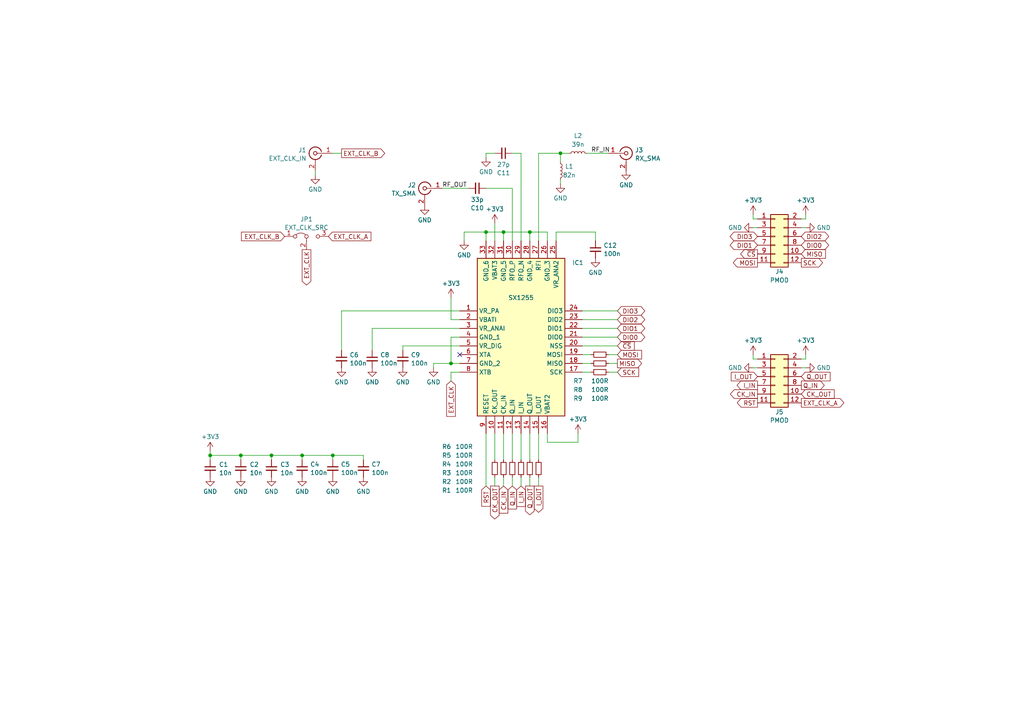
<source format=kicad_sch>
(kicad_sch (version 20230121) (generator eeschema)
  (paper "A4")
  (title_block (title "SX1255 Evaluation Board") (date "20.12.2023") (rev "A") (company "Wojciech Kaczmarski SP5WWP, M17 Project"))
  (lib_symbols
    (symbol "Connector:Conn_Coaxial" (pin_names (offset 1.016) hide)
      (property "Reference" "J" (at 0.254 3.048 0))
      (property "Value" "Conn_Coaxial" (at 2.921 0 90))
      (symbol "Conn_Coaxial_0_1"
        (arc (start -1.778 -0.508) (mid 0.2311 -1.8066) (end 1.778 0) (stroke (width 0.254)))
        (polyline (pts (xy -2.54 0) (xy -0.508 0)))
        (polyline (pts (xy 0 -2.54) (xy 0 -1.778)))
        (circle (center 0 0) (radius 0.508) (stroke (width 0.2032)))
        (arc (start 1.778 0) (mid 0.2099 1.8101) (end -1.778 0.508) (stroke (width 0.254)))
      )
      (symbol "Conn_Coaxial_1_1"
        (pin passive line (at -5.08 0 0) (length 2.54) (name "In") (number "1"))
        (pin passive line (at 0 -5.08 90) (length 2.54) (name "Ext") (number "2"))
      )
    )
    (symbol "Connector_Generic:Conn_02x06_Odd_Even" (pin_names (offset 1.016) hide)
      (property "Reference" "J" (at 1.27 7.62 0))
      (property "Value" "Conn_02x06_Odd_Even" (at 1.27 -10.16 0))
      (symbol "Conn_02x06_Odd_Even_1_1"
        (rectangle (start -1.27 -7.493) (end 0 -7.747) (stroke (width 0.1524)))
        (rectangle (start -1.27 -4.953) (end 0 -5.207) (stroke (width 0.1524)))
        (rectangle (start -1.27 -2.413) (end 0 -2.667) (stroke (width 0.1524)))
        (rectangle (start -1.27 0.127) (end 0 -0.127) (stroke (width 0.1524)))
        (rectangle (start -1.27 2.667) (end 0 2.413) (stroke (width 0.1524)))
        (rectangle (start -1.27 5.207) (end 0 4.953) (stroke (width 0.1524)))
        (rectangle (start -1.27 6.35) (end 3.81 -8.89) (stroke (width 0.254)) (fill (type background)))
        (rectangle (start 3.81 -7.493) (end 2.54 -7.747) (stroke (width 0.1524)))
        (rectangle (start 3.81 -4.953) (end 2.54 -5.207) (stroke (width 0.1524)))
        (rectangle (start 3.81 -2.413) (end 2.54 -2.667) (stroke (width 0.1524)))
        (rectangle (start 3.81 0.127) (end 2.54 -0.127) (stroke (width 0.1524)))
        (rectangle (start 3.81 2.667) (end 2.54 2.413) (stroke (width 0.1524)))
        (rectangle (start 3.81 5.207) (end 2.54 4.953) (stroke (width 0.1524)))
        (pin passive line (at -5.08 5.08 0) (length 3.81) (name "Pin_1") (number "1"))
        (pin passive line (at 7.62 -5.08 180) (length 3.81) (name "Pin_10") (number "10"))
        (pin passive line (at -5.08 -7.62 0) (length 3.81) (name "Pin_11") (number "11"))
        (pin passive line (at 7.62 -7.62 180) (length 3.81) (name "Pin_12") (number "12"))
        (pin passive line (at 7.62 5.08 180) (length 3.81) (name "Pin_2") (number "2"))
        (pin passive line (at -5.08 2.54 0) (length 3.81) (name "Pin_3") (number "3"))
        (pin passive line (at 7.62 2.54 180) (length 3.81) (name "Pin_4") (number "4"))
        (pin passive line (at -5.08 0 0) (length 3.81) (name "Pin_5") (number "5"))
        (pin passive line (at 7.62 0 180) (length 3.81) (name "Pin_6") (number "6"))
        (pin passive line (at -5.08 -2.54 0) (length 3.81) (name "Pin_7") (number "7"))
        (pin passive line (at 7.62 -2.54 180) (length 3.81) (name "Pin_8") (number "8"))
        (pin passive line (at -5.08 -5.08 0) (length 3.81) (name "Pin_9") (number "9"))
      )
    )
    (symbol "Device:C_Small" (pin_numbers hide) (pin_names (offset 0.254) hide)
      (property "Reference" "C" (at 0.254 1.778 0))
      (property "Value" "C_Small" (at 0.254 -2.032 0))
      (symbol "C_Small_0_1"
        (polyline (pts (xy -1.524 -0.508) (xy 1.524 -0.508)) (stroke (width 0.3302)))
        (polyline (pts (xy -1.524 0.508) (xy 1.524 0.508)) (stroke (width 0.3048)))
      )
      (symbol "C_Small_1_1"
        (pin passive line (at 0 2.54 270) (length 2.032) (name "~") (number "1"))
        (pin passive line (at 0 -2.54 90) (length 2.032) (name "~") (number "2"))
      )
    )
    (symbol "Device:L_Small" (pin_numbers hide) (pin_names (offset 0.254) hide)
      (property "Reference" "L" (at 0.762 1.016 0))
      (property "Value" "L_Small" (at 0.762 -1.016 0))
      (symbol "L_Small_0_1"
        (arc (start 0 -2.032) (mid 0.5058 -1.524) (end 0 -1.016))
        (arc (start 0 -1.016) (mid 0.5058 -0.508) (end 0 0))
        (arc (start 0 0) (mid 0.5058 0.508) (end 0 1.016))
        (arc (start 0 1.016) (mid 0.5058 1.524) (end 0 2.032))
      )
      (symbol "L_Small_1_1"
        (pin passive line (at 0 2.54 270) (length 0.508) (name "~") (number "1"))
        (pin passive line (at 0 -2.54 90) (length 0.508) (name "~") (number "2"))
      )
    )
    (symbol "Device:R_Small" (pin_numbers hide) (pin_names (offset 0.254) hide)
      (property "Reference" "R" (at 0.762 0.508 0))
      (property "Value" "R_Small" (at 0.762 -1.016 0))
      (symbol "R_Small_0_1"
        (rectangle (start -0.762 1.778) (end 0.762 -1.778) (stroke (width 0.2032)))
      )
      (symbol "R_Small_1_1"
        (pin passive line (at 0 2.54 270) (length 0.762) (name "~") (number "1"))
        (pin passive line (at 0 -2.54 90) (length 0.762) (name "~") (number "2"))
      )
    )
    (symbol "Jumper:Jumper_3_Bridged12" (pin_names (offset 0) hide)
      (property "Reference" "JP" (at -2.54 -2.54 0))
      (property "Value" "Jumper_3_Bridged12" (at 0 2.794 0))
      (symbol "Jumper_3_Bridged12_0_0"
        (circle (center -3.302 0) (radius 0.508))
        (circle (center 0 0) (radius 0.508))
        (circle (center 3.302 0) (radius 0.508))
      )
      (symbol "Jumper_3_Bridged12_0_1"
        (arc (start -0.254 0.508) (mid -1.651 0.9912) (end -3.048 0.508))
        (polyline (pts (xy 0 -1.27) (xy 0 -0.508)))
      )
      (symbol "Jumper_3_Bridged12_1_1"
        (pin passive line (at -6.35 0 0) (length 2.54) (name "A") (number "1"))
        (pin passive line (at 0 -3.81 90) (length 2.54) (name "C") (number "2"))
        (pin passive line (at 6.35 0 180) (length 2.54) (name "B") (number "3"))
      )
    )
    (symbol "SX1255:SX1255IWLTRT"
      (property "Reference" "IC" (at 31.75 20.32 0))
      (property "Value" "SX1255IWLTRT" (at 31.75 17.78 0))
      (symbol "SX1255IWLTRT_1_1"
        (rectangle (start 5.08 15.24) (end 30.48 -30.48) (stroke (width 0.254)) (fill (type background)))
        (pin passive line (at 0 0 0) (length 5.08) (name "VR_PA") (number "1"))
        (pin passive line (at 10.16 -35.56 90) (length 5.08) (name "CK_OUT") (number "10"))
        (pin passive line (at 12.7 -35.56 90) (length 5.08) (name "CK_IN") (number "11"))
        (pin passive line (at 15.24 -35.56 90) (length 5.08) (name "Q_IN") (number "12"))
        (pin passive line (at 17.78 -35.56 90) (length 5.08) (name "I_IN") (number "13"))
        (pin passive line (at 20.32 -35.56 90) (length 5.08) (name "Q_OUT") (number "14"))
        (pin passive line (at 22.86 -35.56 90) (length 5.08) (name "I_OUT") (number "15"))
        (pin passive line (at 25.4 -35.56 90) (length 5.08) (name "VBAT2") (number "16"))
        (pin passive line (at 35.56 -17.78 180) (length 5.08) (name "SCK") (number "17"))
        (pin passive line (at 35.56 -15.24 180) (length 5.08) (name "MISO") (number "18"))
        (pin passive line (at 35.56 -12.7 180) (length 5.08) (name "MOSI") (number "19"))
        (pin passive line (at 0 -2.54 0) (length 5.08) (name "VBATI") (number "2"))
        (pin passive line (at 35.56 -10.16 180) (length 5.08) (name "NSS") (number "20"))
        (pin passive line (at 35.56 -7.62 180) (length 5.08) (name "DIO0") (number "21"))
        (pin passive line (at 35.56 -5.08 180) (length 5.08) (name "DIO1") (number "22"))
        (pin passive line (at 35.56 -2.54 180) (length 5.08) (name "DIO2") (number "23"))
        (pin passive line (at 35.56 0 180) (length 5.08) (name "DIO3") (number "24"))
        (pin passive line (at 27.94 20.32 270) (length 5.08) (name "VR_ANA2") (number "25"))
        (pin passive line (at 25.4 20.32 270) (length 5.08) (name "GND_3") (number "26"))
        (pin passive line (at 22.86 20.32 270) (length 5.08) (name "RFI") (number "27"))
        (pin passive line (at 20.32 20.32 270) (length 5.08) (name "GND_4") (number "28"))
        (pin passive line (at 17.78 20.32 270) (length 5.08) (name "RFO_N") (number "29"))
        (pin passive line (at 0 -5.08 0) (length 5.08) (name "VR_ANAI") (number "3"))
        (pin passive line (at 15.24 20.32 270) (length 5.08) (name "RFO_P") (number "30"))
        (pin passive line (at 12.7 20.32 270) (length 5.08) (name "GND_5") (number "31"))
        (pin passive line (at 10.16 20.32 270) (length 5.08) (name "VBAT3") (number "32"))
        (pin passive line (at 7.62 20.32 270) (length 5.08) (name "GND_6") (number "33"))
        (pin passive line (at 0 -7.62 0) (length 5.08) (name "GND_1") (number "4"))
        (pin passive line (at 0 -10.16 0) (length 5.08) (name "VR_DIG") (number "5"))
        (pin passive line (at 0 -12.7 0) (length 5.08) (name "XTA") (number "6"))
        (pin passive line (at 0 -15.24 0) (length 5.08) (name "GND_2") (number "7"))
        (pin passive line (at 0 -17.78 0) (length 5.08) (name "XTB") (number "8"))
        (pin passive line (at 7.62 -35.56 90) (length 5.08) (name "RESET") (number "9"))
      )
    )
    (symbol "power:+3V3" (power) (pin_names (offset 0))
      (property "Value" "+3V3" (at 0 3.556 0))
      (symbol "+3V3_0_1"
        (polyline (pts (xy -0.762 1.27) (xy 0 2.54)))
        (polyline (pts (xy 0 0) (xy 0 2.54)))
        (polyline (pts (xy 0 2.54) (xy 0.762 1.27)))
      )
      (symbol "+3V3_1_1"
        (pin power_in line (at 0 0 90) (length 0) hide (name "+3V3") (number "1"))
      )
    )
    (symbol "power:GND" (power) (pin_names (offset 0))
      (property "Value" "GND" (at 0 -3.81 0))
      (symbol "GND_0_1"
        (polyline (pts (xy 0 0) (xy 0 -1.27) (xy 1.27 -1.27) (xy 0 -2.54) (xy -1.27 -1.27) (xy 0 -1.27)))
      )
      (symbol "GND_1_1"
        (pin power_in line (at 0 0 270) (length 0) hide (name "GND") (number "1"))
      )
    )
  )
  (junction (at 162.56 44.45))
  (junction (at 130.81 105.41))
  (junction (at 60.96 132.08))
  (junction (at 87.63 132.08))
  (junction (at 153.67 67.31))
  (junction (at 69.85 132.08))
  (junction (at 140.97 67.31))
  (junction (at 96.52 132.08))
  (junction (at 78.74 132.08))
  (junction (at 146.05 67.31))
  (no_connect (at 133.35 102.87))
  (wire (pts (xy 107.95 95.25) (xy 133.35 95.25)))
  (wire (pts (xy 158.75 128.27) (xy 167.64 128.27)))
  (wire (pts (xy 162.56 44.45) (xy 162.56 46.99)))
  (wire (pts (xy 91.44 49.53) (xy 91.44 50.8)))
  (wire (pts (xy 116.84 100.33) (xy 133.35 100.33)))
  (wire (pts (xy 156.21 138.43) (xy 156.21 140.97)))
  (wire (pts (xy 151.13 138.43) (xy 151.13 140.97)))
  (wire (pts (xy 219.71 63.5) (xy 218.44 63.5)))
  (wire (pts (xy 153.67 67.31) (xy 146.05 67.31)))
  (wire (pts (xy 170.18 44.45) (xy 176.53 44.45)))
  (wire (pts (xy 130.81 105.41) (xy 133.35 105.41)))
  (wire (pts (xy 153.67 69.85) (xy 153.67 67.31)))
  (wire (pts (xy 167.64 125.73) (xy 167.64 128.27)))
  (wire (pts (xy 148.59 125.73) (xy 148.59 133.35)))
  (wire (pts (xy 96.52 133.35) (xy 96.52 132.08)))
  (wire (pts (xy 130.81 86.36) (xy 130.81 92.71)))
  (wire (pts (xy 125.73 105.41) (xy 125.73 106.68)))
  (wire (pts (xy 143.51 125.73) (xy 143.51 133.35)))
  (wire (pts (xy 96.52 44.45) (xy 99.06 44.45)))
  (wire (pts (xy 158.75 125.73) (xy 158.75 128.27)))
  (wire (pts (xy 146.05 67.31) (xy 140.97 67.31)))
  (wire (pts (xy 130.81 97.79) (xy 130.81 105.41)))
  (wire (pts (xy 143.51 64.77) (xy 143.51 69.85)))
  (wire (pts (xy 233.68 62.23) (xy 233.68 63.5)))
  (wire (pts (xy 168.91 100.33) (xy 179.07 100.33)))
  (wire (pts (xy 99.06 90.17) (xy 99.06 101.6)))
  (wire (pts (xy 232.41 66.04) (xy 233.68 66.04)))
  (wire (pts (xy 176.53 102.87) (xy 179.07 102.87)))
  (wire (pts (xy 168.91 107.95) (xy 171.45 107.95)))
  (wire (pts (xy 105.41 132.08) (xy 96.52 132.08)))
  (wire (pts (xy 218.44 63.5) (xy 218.44 62.23)))
  (wire (pts (xy 161.29 69.85) (xy 161.29 67.31)))
  (wire (pts (xy 176.53 105.41) (xy 179.07 105.41)))
  (wire (pts (xy 162.56 53.34) (xy 162.56 52.07)))
  (wire (pts (xy 219.71 106.68) (xy 218.44 106.68)))
  (wire (pts (xy 156.21 69.85) (xy 156.21 44.45)))
  (wire (pts (xy 78.74 132.08) (xy 87.63 132.08)))
  (wire (pts (xy 143.51 138.43) (xy 143.51 140.97)))
  (wire (pts (xy 151.13 125.73) (xy 151.13 133.35)))
  (wire (pts (xy 233.68 104.14) (xy 232.41 104.14)))
  (wire (pts (xy 151.13 44.45) (xy 148.59 44.45)))
  (wire (pts (xy 69.85 132.08) (xy 69.85 133.35)))
  (wire (pts (xy 219.71 66.04) (xy 218.44 66.04)))
  (wire (pts (xy 78.74 132.08) (xy 69.85 132.08)))
  (wire (pts (xy 140.97 44.45) (xy 140.97 45.72)))
  (wire (pts (xy 130.81 92.71) (xy 133.35 92.71)))
  (wire (pts (xy 168.91 97.79) (xy 179.07 97.79)))
  (wire (pts (xy 146.05 67.31) (xy 146.05 69.85)))
  (wire (pts (xy 153.67 125.73) (xy 153.67 133.35)))
  (wire (pts (xy 168.91 92.71) (xy 179.07 92.71)))
  (wire (pts (xy 218.44 104.14) (xy 218.44 102.87)))
  (wire (pts (xy 168.91 102.87) (xy 171.45 102.87)))
  (wire (pts (xy 146.05 138.43) (xy 146.05 140.97)))
  (wire (pts (xy 134.62 67.31) (xy 134.62 69.85)))
  (wire (pts (xy 161.29 67.31) (xy 172.72 67.31)))
  (wire (pts (xy 133.35 97.79) (xy 130.81 97.79)))
  (wire (pts (xy 87.63 133.35) (xy 87.63 132.08)))
  (wire (pts (xy 176.53 107.95) (xy 179.07 107.95)))
  (wire (pts (xy 233.68 63.5) (xy 232.41 63.5)))
  (wire (pts (xy 151.13 69.85) (xy 151.13 44.45)))
  (wire (pts (xy 172.72 67.31) (xy 172.72 69.85)))
  (wire (pts (xy 107.95 95.25) (xy 107.95 101.6)))
  (wire (pts (xy 233.68 102.87) (xy 233.68 104.14)))
  (wire (pts (xy 156.21 44.45) (xy 162.56 44.45)))
  (wire (pts (xy 168.91 95.25) (xy 179.07 95.25)))
  (wire (pts (xy 116.84 100.33) (xy 116.84 101.6)))
  (wire (pts (xy 99.06 90.17) (xy 133.35 90.17)))
  (wire (pts (xy 158.75 67.31) (xy 153.67 67.31)))
  (wire (pts (xy 60.96 133.35) (xy 60.96 132.08)))
  (wire (pts (xy 158.75 69.85) (xy 158.75 67.31)))
  (wire (pts (xy 232.41 106.68) (xy 233.68 106.68)))
  (wire (pts (xy 60.96 132.08) (xy 69.85 132.08)))
  (wire (pts (xy 87.63 132.08) (xy 96.52 132.08)))
  (wire (pts (xy 143.51 44.45) (xy 140.97 44.45)))
  (wire (pts (xy 156.21 125.73) (xy 156.21 133.35)))
  (wire (pts (xy 140.97 125.73) (xy 140.97 140.97)))
  (wire (pts (xy 146.05 125.73) (xy 146.05 133.35)))
  (wire (pts (xy 219.71 104.14) (xy 218.44 104.14)))
  (wire (pts (xy 60.96 130.81) (xy 60.96 132.08)))
  (wire (pts (xy 148.59 54.61) (xy 148.59 69.85)))
  (wire (pts (xy 125.73 105.41) (xy 130.81 105.41)))
  (wire (pts (xy 168.91 105.41) (xy 171.45 105.41)))
  (wire (pts (xy 78.74 133.35) (xy 78.74 132.08)))
  (wire (pts (xy 168.91 90.17) (xy 179.07 90.17)))
  (wire (pts (xy 130.81 107.95) (xy 133.35 107.95)))
  (wire (pts (xy 140.97 69.85) (xy 140.97 67.31)))
  (wire (pts (xy 153.67 138.43) (xy 153.67 140.97)))
  (wire (pts (xy 140.97 54.61) (xy 148.59 54.61)))
  (wire (pts (xy 140.97 67.31) (xy 134.62 67.31)))
  (wire (pts (xy 130.81 110.49) (xy 130.81 107.95)))
  (wire (pts (xy 128.27 54.61) (xy 135.89 54.61)))
  (wire (pts (xy 148.59 138.43) (xy 148.59 140.97)))
  (wire (pts (xy 162.56 44.45) (xy 165.1 44.45)))
  (wire (pts (xy 105.41 133.35) (xy 105.41 132.08)))
  (label "RF_OUT" (at 128.27 54.61 0))
  (label "RF_IN" (at 171.45 44.45 0))
  (global_label "EXT_CLK" (shape output) (at 88.9 72.39 270) (property "Intersheetrefs" "${INTERSHEET_REFS}" (effects hide)))
  (global_label "DIO0" (shape bidirectional) (at 232.41 71.12 0) (property "Intersheetrefs" "${INTERSHEET_REFS}" (effects hide)))
  (global_label "CK_OUT" (shape input) (at 232.41 114.3 0) (property "Intersheetrefs" "${INTERSHEET_REFS}" (effects hide)))
  (global_label "MISO" (shape input) (at 232.41 73.66 0) (property "Intersheetrefs" "${INTERSHEET_REFS}" (effects hide)))
  (global_label "MOSI" (shape output) (at 219.71 76.2 180) (property "Intersheetrefs" "${INTERSHEET_REFS}" (effects hide)))
  (global_label "I_OUT" (shape input) (at 219.71 109.22 180) (property "Intersheetrefs" "${INTERSHEET_REFS}" (effects hide)))
  (global_label "SCK" (shape input) (at 179.07 107.95 0) (property "Intersheetrefs" "${INTERSHEET_REFS}" (effects hide)))
  (global_label "MOSI" (shape input) (at 179.07 102.87 0) (property "Intersheetrefs" "${INTERSHEET_REFS}" (effects hide)))
  (global_label "Q_OUT" (shape input) (at 232.41 109.22 0) (property "Intersheetrefs" "${INTERSHEET_REFS}" (effects hide)))
  (global_label "~{CS}" (shape input) (at 179.07 100.33 0) (property "Intersheetrefs" "${INTERSHEET_REFS}" (effects hide)))
  (global_label "EXT_CLK" (shape input) (at 130.81 110.49 270) (property "Intersheetrefs" "${INTERSHEET_REFS}" (effects hide)))
  (global_label "DIO3" (shape bidirectional) (at 179.07 90.17 0) (property "Intersheetrefs" "${INTERSHEET_REFS}" (effects hide)))
  (global_label "EXT_CLK_B" (shape input) (at 82.55 68.58 180) (property "Intersheetrefs" "${INTERSHEET_REFS}" (effects hide)))
  (global_label "MISO" (shape output) (at 179.07 105.41 0) (property "Intersheetrefs" "${INTERSHEET_REFS}" (effects hide)))
  (global_label "~{CS}" (shape output) (at 219.71 73.66 180) (property "Intersheetrefs" "${INTERSHEET_REFS}" (effects hide)))
  (global_label "EXT_CLK_A" (shape output) (at 232.41 116.84 0) (property "Intersheetrefs" "${INTERSHEET_REFS}" (effects hide)))
  (global_label "DIO0" (shape bidirectional) (at 179.07 97.79 0) (property "Intersheetrefs" "${INTERSHEET_REFS}" (effects hide)))
  (global_label "Q_IN" (shape input) (at 148.59 140.97 270) (property "Intersheetrefs" "${INTERSHEET_REFS}" (effects hide)))
  (global_label "SCK" (shape output) (at 232.41 76.2 0) (property "Intersheetrefs" "${INTERSHEET_REFS}" (effects hide)))
  (global_label "CK_OUT" (shape output) (at 143.51 140.97 270) (property "Intersheetrefs" "${INTERSHEET_REFS}" (effects hide)))
  (global_label "CK_IN" (shape input) (at 146.05 140.97 270) (property "Intersheetrefs" "${INTERSHEET_REFS}" (effects hide)))
  (global_label "I_OUT" (shape output) (at 156.21 140.97 270) (property "Intersheetrefs" "${INTERSHEET_REFS}" (effects hide)))
  (global_label "Q_OUT" (shape output) (at 153.67 140.97 270) (property "Intersheetrefs" "${INTERSHEET_REFS}" (effects hide)))
  (global_label "DIO1" (shape bidirectional) (at 179.07 95.25 0) (property "Intersheetrefs" "${INTERSHEET_REFS}" (effects hide)))
  (global_label "DIO2" (shape bidirectional) (at 232.41 68.58 0) (property "Intersheetrefs" "${INTERSHEET_REFS}" (effects hide)))
  (global_label "DIO3" (shape bidirectional) (at 219.71 68.58 180) (property "Intersheetrefs" "${INTERSHEET_REFS}" (effects hide)))
  (global_label "CK_IN" (shape output) (at 219.71 114.3 180) (property "Intersheetrefs" "${INTERSHEET_REFS}" (effects hide)))
  (global_label "RST" (shape output) (at 219.71 116.84 180) (property "Intersheetrefs" "${INTERSHEET_REFS}" (effects hide)))
  (global_label "EXT_CLK_A" (shape input) (at 95.25 68.58 0) (property "Intersheetrefs" "${INTERSHEET_REFS}" (effects hide)))
  (global_label "RST" (shape input) (at 140.97 140.97 270) (property "Intersheetrefs" "${INTERSHEET_REFS}" (effects hide)))
  (global_label "I_IN" (shape input) (at 151.13 140.97 270) (property "Intersheetrefs" "${INTERSHEET_REFS}" (effects hide)))
  (global_label "DIO2" (shape bidirectional) (at 179.07 92.71 0) (property "Intersheetrefs" "${INTERSHEET_REFS}" (effects hide)))
  (global_label "Q_IN" (shape output) (at 232.41 111.76 0) (property "Intersheetrefs" "${INTERSHEET_REFS}" (effects hide)))
  (global_label "I_IN" (shape output) (at 219.71 111.76 180) (property "Intersheetrefs" "${INTERSHEET_REFS}" (effects hide)))
  (global_label "DIO1" (shape bidirectional) (at 219.71 71.12 180) (property "Intersheetrefs" "${INTERSHEET_REFS}" (effects hide)))
  (global_label "EXT_CLK_B" (shape output) (at 99.06 44.45 0) (property "Intersheetrefs" "${INTERSHEET_REFS}" (effects hide)))
  (symbol (lib_id "power:GND") (at 233.68 106.68 90) (mirror x) (unit 1)
    (property "Reference" "#PWR029" (effects hide))
    (property "Value" "GND" (at 236.855 106.68 90) (effects (justify right)))
  )
  (symbol (lib_id "power:+3V3") (at 233.68 62.23 0) (mirror y) (unit 1)
    (property "Reference" "#PWR026" (effects hide))
    (property "Value" "+3V3" (at 233.68 58.0969 0))
  )
  (symbol (lib_id "Device:C_Small") (at 107.95 104.14 0) (unit 1)
    (property "Reference" "C8" (at 110.2741 102.9342 0) (effects (justify left)))
    (property "Value" "100n" (at 110.2741 105.3584 0) (effects (justify left)))
    (property "Footprint" "Capacitor_SMD:C_0603_1608Metric" (effects hide))
    (property "PN" "C0603C104M5RAC7411" (effects hide))
    (property "MPN" "C0603C104M5RAC7411" (effects hide))
    (property "LCSC Part#" "C14663" (effects hide))
  )
  (symbol (lib_id "Device:C_Small") (at 96.52 135.89 0) (unit 1)
    (property "Reference" "C5" (at 98.8441 134.6842 0) (effects (justify left)))
    (property "Value" "100n" (at 98.8441 137.1084 0) (effects (justify left)))
    (property "Footprint" "Capacitor_SMD:C_0603_1608Metric" (effects hide))
    (property "PN" "C0603C104M5RAC7411" (effects hide))
    (property "MPN" "C0603C104M5RAC7411" (effects hide))
    (property "LCSC Part#" "C14663" (effects hide))
  )
  (symbol (lib_id "power:+3V3") (at 218.44 62.23 0) (mirror y) (unit 1)
    (property "Reference" "#PWR022" (effects hide))
    (property "Value" "+3V3" (at 218.44 58.0969 0))
  )
  (symbol (lib_id "Connector_Generic:Conn_02x06_Odd_Even") (at 224.79 68.58 0) (unit 1)
    (property "Reference" "J4" (at 226.06 78.74 0))
    (property "Value" "PMOD" (at 226.06 81.28 0))
    (property "Footprint" "Connector_PinHeader_2.54mm:PinHeader_2x06_P2.54mm_Horizontal" (effects hide))
  )
  (symbol (lib_id "power:GND") (at 218.44 66.04 270) (mirror x) (unit 1)
    (property "Reference" "#PWR023" (effects hide))
    (property "Value" "GND" (at 215.2651 66.04 90) (effects (justify right)))
  )
  (symbol (lib_id "power:GND") (at 107.95 106.68 0) (unit 1)
    (property "Reference" "#PWR010" (effects hide))
    (property "Value" "GND" (at 107.95 110.8131 0))
  )
  (symbol (lib_id "power:GND") (at 162.56 53.34 0) (unit 1)
    (property "Reference" "#PWR018" (effects hide))
    (property "Value" "GND" (at 162.56 57.4731 0))
  )
  (symbol (lib_id "power:GND") (at 78.74 138.43 0) (unit 1)
    (property "Reference" "#PWR04" (effects hide))
    (property "Value" "GND" (at 78.74 142.5631 0))
  )
  (symbol (lib_id "power:GND") (at 218.44 106.68 270) (mirror x) (unit 1)
    (property "Reference" "#PWR025" (effects hide))
    (property "Value" "GND" (at 215.2651 106.68 90) (effects (justify right)))
  )
  (symbol (lib_id "power:+3V3") (at 218.44 102.87 0) (mirror y) (unit 1)
    (property "Reference" "#PWR024" (effects hide))
    (property "Value" "+3V3" (at 218.44 98.7369 0))
  )
  (symbol (lib_id "power:GND") (at 134.62 69.85 0) (unit 1)
    (property "Reference" "#PWR015" (effects hide))
    (property "Value" "GND" (at 134.62 73.9831 0))
  )
  (symbol (lib_id "Connector:Conn_Coaxial") (at 123.19 54.61 0) (mirror y) (unit 1)
    (property "Reference" "J2" (at 120.6499 53.6911 0) (effects (justify left)))
    (property "Value" "TX_SMA" (at 120.6499 56.1153 0) (effects (justify left)))
    (property "Footprint" "Connector_Coaxial:SMA_Samtec_SMA-J-P-X-ST-EM1_EdgeMount" (effects hide))
    (property "Datasheet" " ~" (effects hide))
    (property "PN" "-" (effects hide))
    (property "MPN" "-" (effects hide))
    (property "LCSC Part#" "-" (effects hide))
  )
  (symbol (lib_id "power:+3V3") (at 130.81 86.36 0) (unit 1)
    (property "Reference" "#PWR014" (effects hide))
    (property "Value" "+3V3" (at 130.81 82.2269 0))
  )
  (symbol (lib_id "Device:C_Small") (at 116.84 104.14 0) (unit 1)
    (property "Reference" "C9" (at 119.1641 102.9342 0) (effects (justify left)))
    (property "Value" "100n" (at 119.1641 105.3584 0) (effects (justify left)))
    (property "Footprint" "Capacitor_SMD:C_0603_1608Metric" (effects hide))
    (property "PN" "C0603C104M5RAC7411" (effects hide))
    (property "MPN" "C0603C104M5RAC7411" (effects hide))
    (property "LCSC Part#" "C14663" (effects hide))
  )
  (symbol (lib_id "power:+3V3") (at 143.51 64.77 0) (unit 1)
    (property "Reference" "#PWR017" (effects hide))
    (property "Value" "+3V3" (at 143.51 60.6369 0))
  )
  (symbol (lib_id "Device:C_Small") (at 69.85 135.89 0) (unit 1)
    (property "Reference" "C2" (at 72.39 134.7358 0) (effects (justify left)))
    (property "Value" "10n" (at 72.39 137.16 0) (effects (justify left)))
    (property "Footprint" "Capacitor_SMD:C_0603_1608Metric" (effects hide))
    (property "PN" "C0603C103K5RAC7081" (effects hide))
    (property "MPN" "C0603C103K5RAC7081" (effects hide))
    (property "LCSC Part#" "C100042" (effects hide))
  )
  (symbol (lib_id "Device:C_Small") (at 99.06 104.14 0) (unit 1)
    (property "Reference" "C6" (at 101.3841 102.9342 0) (effects (justify left)))
    (property "Value" "100n" (at 101.3841 105.3584 0) (effects (justify left)))
    (property "Footprint" "Capacitor_SMD:C_0603_1608Metric" (effects hide))
    (property "PN" "C0603C104M5RAC7411" (effects hide))
    (property "MPN" "C0603C104M5RAC7411" (effects hide))
    (property "LCSC Part#" "C14663" (effects hide))
  )
  (symbol (lib_id "power:+3V3") (at 233.68 102.87 0) (mirror y) (unit 1)
    (property "Reference" "#PWR028" (effects hide))
    (property "Value" "+3V3" (at 233.68 98.7369 0))
  )
  (symbol (lib_id "power:GND") (at 123.19 59.69 0) (unit 1)
    (property "Reference" "#PWR012" (effects hide))
    (property "Value" "GND" (at 123.19 63.8231 0))
  )
  (symbol (lib_id "Device:C_Small") (at 60.96 135.89 0) (unit 1)
    (property "Reference" "C1" (at 63.5 134.7358 0) (effects (justify left)))
    (property "Value" "10n" (at 63.5 137.16 0) (effects (justify left)))
    (property "Footprint" "Capacitor_SMD:C_0603_1608Metric" (effects hide))
    (property "PN" "C0603C103K5RAC7081" (effects hide))
    (property "MPN" "C0603C103K5RAC7081" (effects hide))
    (property "LCSC Part#" "C100042" (effects hide))
  )
  (symbol (lib_id "Device:R_Small") (at 143.51 135.89 0) (unit 1)
    (property "Reference" "R1" (at 129.54 142.24 0))
    (property "Value" "100R" (at 134.62 142.24 0))
    (property "Footprint" "Resistor_SMD:R_0603_1608Metric" (effects hide))
    (property "PN" "CRCW0603100RFKECC" (effects hide))
    (property "MPN" "CRCW0603100RFKECC" (effects hide))
    (property "LCSC Part#" "C125923" (effects hide))
  )
  (symbol (lib_id "Device:R_Small") (at 173.99 102.87 270) (unit 1)
    (property "Reference" "R7" (at 167.64 110.49 90))
    (property "Value" "100R" (at 173.99 110.49 90))
    (property "Footprint" "Resistor_SMD:R_0603_1608Metric" (effects hide))
    (property "PN" "CRCW0603100RFKECC" (effects hide))
    (property "MPN" "CRCW0603100RFKECC" (effects hide))
    (property "LCSC Part#" "C125923" (effects hide))
  )
  (symbol (lib_id "power:GND") (at 172.72 74.93 0) (unit 1)
    (property "Reference" "#PWR020" (effects hide))
    (property "Value" "GND" (at 172.72 79.0631 0))
  )
  (symbol (lib_id "power:GND") (at 105.41 138.43 0) (unit 1)
    (property "Reference" "#PWR09" (effects hide))
    (property "Value" "GND" (at 105.41 142.5631 0))
  )
  (symbol (lib_id "Device:C_Small") (at 138.43 54.61 270) (mirror x) (unit 1)
    (property "Reference" "C10" (at 138.4236 60.3164 90))
    (property "Value" "33p" (at 138.4236 57.8922 90))
    (property "Footprint" "Capacitor_SMD:C_0603_1608Metric" (effects hide))
    (property "LCSC Part#" "C107047" (effects hide))
  )
  (symbol (lib_id "Device:R_Small") (at 148.59 135.89 0) (unit 1)
    (property "Reference" "R3" (at 129.54 137.16 0))
    (property "Value" "100R" (at 134.62 137.16 0))
    (property "Footprint" "Resistor_SMD:R_0603_1608Metric" (effects hide))
    (property "PN" "CRCW0603100RFKECC" (effects hide))
    (property "MPN" "CRCW0603100RFKECC" (effects hide))
    (property "LCSC Part#" "C125923" (effects hide))
  )
  (symbol (lib_id "power:GND") (at 233.68 66.04 90) (mirror x) (unit 1)
    (property "Reference" "#PWR027" (effects hide))
    (property "Value" "GND" (at 236.855 66.04 90) (effects (justify right)))
  )
  (symbol (lib_id "Device:R_Small") (at 153.67 135.89 0) (unit 1)
    (property "Reference" "R5" (at 129.54 132.08 0))
    (property "Value" "100R" (at 134.62 132.08 0))
    (property "Footprint" "Resistor_SMD:R_0603_1608Metric" (effects hide))
    (property "PN" "CRCW0603100RFKECC" (effects hide))
    (property "MPN" "CRCW0603100RFKECC" (effects hide))
    (property "LCSC Part#" "C125923" (effects hide))
  )
  (symbol (lib_id "Device:L_Small") (at 162.56 49.53 0) (mirror x) (unit 1)
    (property "Reference" "L1" (at 165.1 48.26 0))
    (property "Value" "82n" (at 165.1 50.8 0))
    (property "Footprint" "Inductor_SMD:L_0603_1608Metric" (effects hide))
    (property "LCSC Part#" "C346329" (effects hide))
  )
  (symbol (lib_id "Device:R_Small") (at 146.05 135.89 0) (unit 1)
    (property "Reference" "R2" (at 129.54 139.7 0))
    (property "Value" "100R" (at 134.62 139.7 0))
    (property "Footprint" "Resistor_SMD:R_0603_1608Metric" (effects hide))
    (property "PN" "CRCW0603100RFKECC" (effects hide))
    (property "MPN" "CRCW0603100RFKECC" (effects hide))
    (property "LCSC Part#" "C125923" (effects hide))
  )
  (symbol (lib_id "power:GND") (at 96.52 138.43 0) (unit 1)
    (property "Reference" "#PWR07" (effects hide))
    (property "Value" "GND" (at 96.52 142.5631 0))
  )
  (symbol (lib_id "power:GND") (at 116.84 106.68 0) (unit 1)
    (property "Reference" "#PWR011" (effects hide))
    (property "Value" "GND" (at 116.84 110.8131 0))
  )
  (symbol (lib_id "Connector_Generic:Conn_02x06_Odd_Even") (at 224.79 109.22 0) (unit 1)
    (property "Reference" "J5" (at 226.06 119.4958 0))
    (property "Value" "PMOD" (at 226.06 121.92 0))
    (property "Footprint" "Connector_PinHeader_2.54mm:PinHeader_2x06_P2.54mm_Horizontal" (effects hide))
  )
  (symbol (lib_id "power:GND") (at 69.85 138.43 0) (unit 1)
    (property "Reference" "#PWR03" (effects hide))
    (property "Value" "GND" (at 69.85 142.5631 0))
  )
  (symbol (lib_id "power:GND") (at 60.96 138.43 0) (unit 1)
    (property "Reference" "#PWR02" (effects hide))
    (property "Value" "GND" (at 60.96 142.5631 0))
  )
  (symbol (lib_id "power:GND") (at 99.06 106.68 0) (unit 1)
    (property "Reference" "#PWR08" (effects hide))
    (property "Value" "GND" (at 99.06 110.8131 0))
  )
  (symbol (lib_id "power:+3V3") (at 167.64 125.73 0) (unit 1)
    (property "Reference" "#PWR019" (effects hide))
    (property "Value" "+3V3" (at 167.64 121.5969 0))
  )
  (symbol (lib_id "power:GND") (at 87.63 138.43 0) (unit 1)
    (property "Reference" "#PWR05" (effects hide))
    (property "Value" "GND" (at 87.63 142.5631 0))
  )
  (symbol (lib_id "power:GND") (at 140.97 45.72 0) (unit 1)
    (property "Reference" "#PWR016" (effects hide))
    (property "Value" "GND" (at 140.97 49.8531 0))
  )
  (symbol (lib_id "power:GND") (at 91.44 50.8 0) (unit 1)
    (property "Reference" "#PWR06" (effects hide))
    (property "Value" "GND" (at 91.44 54.9331 0))
  )
  (symbol (lib_id "Device:C_Small") (at 146.05 44.45 270) (mirror x) (unit 1)
    (property "Reference" "C11" (at 146.0436 50.1564 90))
    (property "Value" "27p" (at 146.0436 47.7322 90))
    (property "Footprint" "Capacitor_SMD:C_0603_1608Metric" (effects hide))
    (property "LCSC Part#" "C107045" (effects hide))
  )
  (symbol (lib_id "power:GND") (at 125.73 106.68 0) (unit 1)
    (property "Reference" "#PWR013" (effects hide))
    (property "Value" "GND" (at 125.73 110.8131 0))
  )
  (symbol (lib_id "Device:R_Small") (at 173.99 105.41 270) (unit 1)
    (property "Reference" "R8" (at 167.64 113.03 90))
    (property "Value" "100R" (at 173.99 113.03 90))
    (property "Footprint" "Resistor_SMD:R_0603_1608Metric" (effects hide))
    (property "PN" "CRCW0603100RFKECC" (effects hide))
    (property "MPN" "CRCW0603100RFKECC" (effects hide))
    (property "LCSC Part#" "C125923" (effects hide))
  )
  (symbol (lib_id "Device:C_Small") (at 172.72 72.39 0) (unit 1)
    (property "Reference" "C12" (at 175.0441 71.1842 0) (effects (justify left)))
    (property "Value" "100n" (at 175.0441 73.6084 0) (effects (justify left)))
    (property "Footprint" "Capacitor_SMD:C_0603_1608Metric" (effects hide))
    (property "PN" "C0603C104M5RAC7411" (effects hide))
    (property "MPN" "C0603C104M5RAC7411" (effects hide))
    (property "LCSC Part#" "C14663" (effects hide))
  )
  (symbol (lib_id "Connector:Conn_Coaxial") (at 181.61 44.45 0) (unit 1)
    (property "Reference" "J3" (at 184.1501 43.5311 0) (effects (justify left)))
    (property "Value" "RX_SMA" (at 184.1501 45.9553 0) (effects (justify left)))
    (property "Footprint" "Connector_Coaxial:SMA_Samtec_SMA-J-P-X-ST-EM1_EdgeMount" (effects hide))
    (property "Datasheet" " ~" (effects hide))
    (property "PN" "-" (effects hide))
    (property "MPN" "-" (effects hide))
    (property "LCSC Part#" "-" (effects hide))
  )
  (symbol (lib_id "Device:C_Small") (at 105.41 135.89 0) (unit 1)
    (property "Reference" "C7" (at 107.7341 134.6842 0) (effects (justify left)))
    (property "Value" "100n" (at 107.7341 137.1084 0) (effects (justify left)))
    (property "Footprint" "Capacitor_SMD:C_0603_1608Metric" (effects hide))
    (property "PN" "C0603C104M5RAC7411" (effects hide))
    (property "MPN" "C0603C104M5RAC7411" (effects hide))
    (property "LCSC Part#" "C14663" (effects hide))
  )
  (symbol (lib_id "power:GND") (at 181.61 49.53 0) (unit 1)
    (property "Reference" "#PWR021" (effects hide))
    (property "Value" "GND" (at 181.61 53.6631 0))
  )
  (symbol (lib_id "Device:R_Small") (at 173.99 107.95 270) (unit 1)
    (property "Reference" "R9" (at 167.64 115.57 90))
    (property "Value" "100R" (at 173.99 115.57 90))
    (property "Footprint" "Resistor_SMD:R_0603_1608Metric" (effects hide))
    (property "PN" "CRCW0603100RFKECC" (effects hide))
    (property "MPN" "CRCW0603100RFKECC" (effects hide))
    (property "LCSC Part#" "C125923" (effects hide))
  )
  (symbol (lib_id "Device:C_Small") (at 78.74 135.89 0) (unit 1)
    (property "Reference" "C3" (at 81.28 134.7358 0) (effects (justify left)))
    (property "Value" "10n" (at 81.28 137.16 0) (effects (justify left)))
    (property "Footprint" "Capacitor_SMD:C_0603_1608Metric" (effects hide))
    (property "PN" "C0603C103K5RAC7081" (effects hide))
    (property "MPN" "C0603C103K5RAC7081" (effects hide))
    (property "LCSC Part#" "C100042" (effects hide))
  )
  (symbol (lib_id "Connector:Conn_Coaxial") (at 91.44 44.45 0) (mirror y) (unit 1)
    (property "Reference" "J1" (at 88.8999 43.5311 0) (effects (justify left)))
    (property "Value" "EXT_CLK_IN" (at 88.8999 45.9553 0) (effects (justify left)))
    (property "Footprint" "Connector_Coaxial:SMA_Samtec_SMA-J-P-X-ST-EM1_EdgeMount" (effects hide))
    (property "Datasheet" " ~" (effects hide))
    (property "PN" "-" (effects hide))
    (property "MPN" "-" (effects hide))
    (property "LCSC Part#" "-" (effects hide))
  )
  (symbol (lib_id "Device:R_Small") (at 156.21 135.89 0) (unit 1)
    (property "Reference" "R6" (at 129.54 129.54 0))
    (property "Value" "100R" (at 134.62 129.54 0))
    (property "Footprint" "Resistor_SMD:R_0603_1608Metric" (effects hide))
    (property "PN" "CRCW0603100RFKECC" (effects hide))
    (property "MPN" "CRCW0603100RFKECC" (effects hide))
    (property "LCSC Part#" "C125923" (effects hide))
  )
  (symbol (lib_id "SX1255:SX1255IWLTRT") (at 133.35 90.17 0) (unit 1)
    (property "Reference" "IC1" (at 167.64 76.2 0))
    (property "Value" "SX1255" (at 151.13 86.36 0))
    (property "Footprint" "QFN50P500X500X80-33N-D" (effects hide))
    (property "Datasheet" "https://datasheet.datasheetarchive.com/originals/distributors/DKDS-5/90665.pdf" (effects hide))
    (property "Height" "0.8" (effects hide))
    (property "MPN" "947-SX1255IWLTRT" (effects hide))
    (property "PN" "947-SX1255IWLTRT" (effects hide))
    (property "LCSC Part#" "C89372" (effects hide))
  )
  (symbol (lib_id "Device:R_Small") (at 151.13 135.89 0) (unit 1)
    (property "Reference" "R4" (at 129.54 134.62 0))
    (property "Value" "100R" (at 134.62 134.62 0))
    (property "Footprint" "Resistor_SMD:R_0603_1608Metric" (effects hide))
    (property "PN" "CRCW0603100RFKECC" (effects hide))
    (property "MPN" "CRCW0603100RFKECC" (effects hide))
    (property "LCSC Part#" "C125923" (effects hide))
  )
  (symbol (lib_id "Device:L_Small") (at 167.64 44.45 270) (mirror x) (unit 1)
    (property "Reference" "L2" (at 167.64 39.37 90))
    (property "Value" "39n" (at 167.64 41.91 90))
    (property "Footprint" "Inductor_SMD:L_0603_1608Metric" (effects hide))
    (property "LCSC Part#" "C74308" (effects hide))
  )
  (symbol (lib_id "Jumper:Jumper_3_Bridged12") (at 88.9 68.58 0) (unit 1)
    (property "Reference" "JP1" (at 88.9 63.5715 0))
    (property "Value" "EXT_CLK_SRC" (at 88.9 65.9957 0))
    (property "Footprint" "Connector_PinHeader_2.54mm:PinHeader_1x03_P2.54mm_Vertical" (effects hide))
  )
  (symbol (lib_id "Device:C_Small") (at 87.63 135.89 0) (unit 1)
    (property "Reference" "C4" (at 89.9541 134.6842 0) (effects (justify left)))
    (property "Value" "100n" (at 89.9541 137.1084 0) (effects (justify left)))
    (property "Footprint" "Capacitor_SMD:C_0603_1608Metric" (effects hide))
    (property "PN" "C0603C104M5RAC7411" (effects hide))
    (property "MPN" "C0603C104M5RAC7411" (effects hide))
    (property "LCSC Part#" "C14663" (effects hide))
  )
  (symbol (lib_id "power:+3V3") (at 60.96 130.81 0) (unit 1)
    (property "Reference" "#PWR01" (effects hide))
    (property "Value" "+3V3" (at 60.96 126.6769 0))
  )
)
</source>
